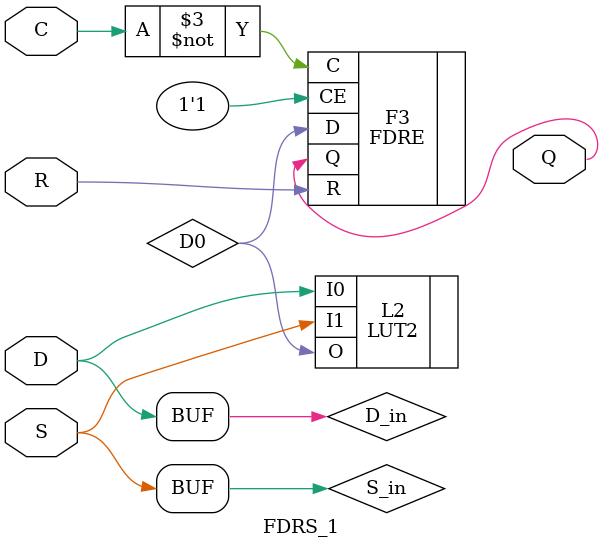
<source format=v>


`timescale  1 ps / 1 ps

module FDRS_1 (Q, C, D, R, S);

    parameter [0:0] INIT = 1'b0;
    parameter [0:0] IS_C_INVERTED = 1'b0;
    parameter [0:0] IS_D_INVERTED = 1'b0;
    parameter [0:0] IS_R_INVERTED = 1'b0;
    parameter [0:0] IS_S_INVERTED = 1'b0;


    output Q;

    input  C, D, R, S;

    wire Q;
    wire D0;
    wire D_in;
    wire S_in;

    assign D_in = IS_D_INVERTED ^ D;
    assign S_in = IS_S_INVERTED ^ S;

    LUT2 #(.INIT(4'hE)) L2 (.O(D0), .I0(D_in), .I1(S_in)); 
    FDRE #(.INIT(INIT), .IS_C_INVERTED(IS_C_INVERTED), .IS_R_INVERTED(IS_R_INVERTED)) F3 (.Q(Q), .C(~C), .CE(1'b1), .D(D0), .R(R));
endmodule


</source>
